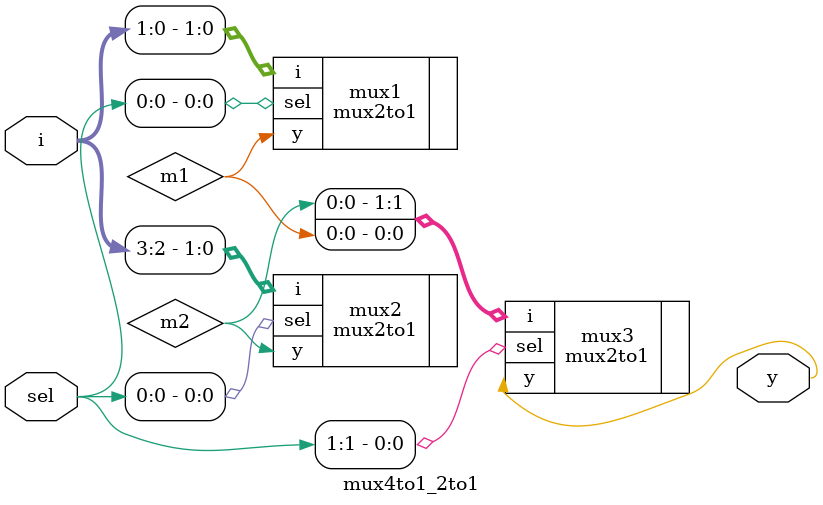
<source format=v>
module mux4to1_2to1
(input [3:0]i,
input [1:0]sel,
output y);

wire m1,m2;

mux2to1 mux1 (.i(i[1:0]),.sel(sel[0]),.y(m1));
mux2to1 mux2 (.i(i[3:2]),.sel(sel[0]),.y(m2));
mux2to1 mux3 (.i({m2,m1}),.sel(sel[1]),.y(y));

endmodule 
</source>
